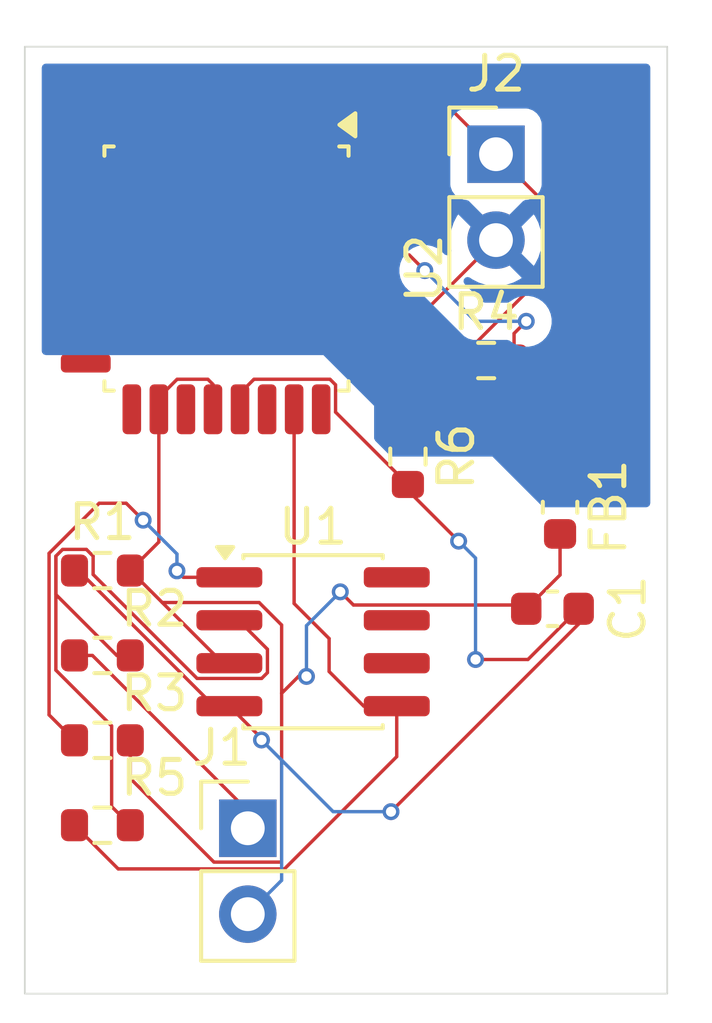
<source format=kicad_pcb>
(kicad_pcb (version 20241229) (generator "pcbnew") (generator_version "9.0")
  (layers (0 "F.Cu" signal) (2 "B.Cu" signal) (13 "F.Paste" user) (15 "B.Paste" user) (5 "F.SilkS" user "F.Silkscreen") (7 "B.SilkS" user "B.Silkscreen") (1 "F.Mask" user) (3 "B.Mask" user) (25 "Edge.Cuts" user))
  (net 0 "")
  (net 1 "5VA")
  (net 2 "AGND")
  (net 3 "Net-(U1--)")
  (net 4 "Net-(J1-Pin_1)")
  (net 5 "Net-(U1-+)")
  (net 6 "pc0")
  (net 7 "5VD")
  (net 8 "Net-(U2-PC6{slash}~{RESET})")
  (net 14 "GNDD")
  (net 17 "unconnected-(U2-PB2-Pad14)")
  (net 25 "unconnected-(U2-PD1-Pad31)")
  (net 26 "unconnected-(U2-PC5-Pad28)")
  (footprint "Resistor_SMD:R_0603_1608Metric" (layer "F.Cu") (at 135.965 83.89)
    (property "Reference" "R3" (at 1.535 -1.39 0) (layer "F.SilkS"))
    (property "Value" "R")
    (fp_line (start -0.237258 -0.5225) (end 0.237258 -0.5225) (stroke (width 0.12)) (layer "F.SilkS"))
    (fp_line (start -0.237258 0.5225) (end 0.237258 0.5225) (stroke (width 0.12)) (layer "F.SilkS"))
    (pad "1" smd roundrect (at -0.825 0) (size 0.8 0.95) (layers "F.Cu" "F.Mask" "F.Paste") (net 5 "Net-(U1-+)"))
    (pad "2" smd roundrect (at 0.825 0) (size 0.8 0.95) (layers "F.Cu" "F.Mask" "F.Paste") (net 1 "5VA"))
  )
  (footprint "Connector_PinHeader_2.54mm:PinHeader_1x02_P2.54mm_Vertical" (layer "F.Cu") (at 140.265 86.49)
    (property "Reference" "J1" (at -0.765 -2.38 0) (layer "F.SilkS"))
    (property "Value" "audio connector")
    (fp_line (start -1.38 -1.38) (end 0 -1.38) (stroke (width 0.12)) (layer "F.SilkS"))
    (fp_line (start -1.38 0) (end -1.38 -1.38) (stroke (width 0.12)) (layer "F.SilkS"))
    (fp_line (start -1.38 1.27) (end -1.38 3.92) (stroke (width 0.12)) (layer "F.SilkS"))
    (fp_line (start -1.38 1.27) (end 1.38 1.27) (stroke (width 0.12)) (layer "F.SilkS"))
    (fp_line (start -1.38 3.92) (end 1.38 3.92) (stroke (width 0.12)) (layer "F.SilkS"))
    (fp_line (start 1.38 1.27) (end 1.38 3.92) (stroke (width 0.12)) (layer "F.SilkS"))
    (pad "1" thru_hole rect (at 0 0) (size 1.7 1.7) (drill 1) (layers "*.Cu" "*.Mask") (net 4 "Net-(J1-Pin_1)"))
    (pad "2" thru_hole circle (at 0 2.54) (size 1.7 1.7) (drill 1) (layers "*.Cu" "*.Mask") (net 2 "AGND"))
  )
  (footprint "Resistor_SMD:R_0603_1608Metric" (layer "F.Cu") (at 135.965 86.4)
    (property "Reference" "R5" (at 1.535 -1.4 0) (layer "F.SilkS"))
    (property "Value" "100K")
    (fp_line (start -0.237258 -0.5225) (end 0.237258 -0.5225) (stroke (width 0.12)) (layer "F.SilkS"))
    (fp_line (start -0.237258 0.5225) (end 0.237258 0.5225) (stroke (width 0.12)) (layer "F.SilkS"))
    (pad "1" smd roundrect (at -0.825 0) (size 0.8 0.95) (layers "F.Cu" "F.Mask" "F.Paste") (net 6 "pc0"))
    (pad "2" smd roundrect (at 0.825 0) (size 0.8 0.95) (layers "F.Cu" "F.Mask" "F.Paste") (net 3 "Net-(U1--)"))
  )
  (footprint "Resistor_SMD:R_0603_1608Metric" (layer "F.Cu") (at 135.965 81.38)
    (property "Reference" "R2" (at 1.535 -1.38 0) (layer "F.SilkS"))
    (property "Value" "10K")
    (fp_line (start -0.237258 -0.5225) (end 0.237258 -0.5225) (stroke (width 0.12)) (layer "F.SilkS"))
    (fp_line (start -0.237258 0.5225) (end 0.237258 0.5225) (stroke (width 0.12)) (layer "F.SilkS"))
    (pad "1" smd roundrect (at -0.825 0) (size 0.8 0.95) (layers "F.Cu" "F.Mask" "F.Paste") (net 4 "Net-(J1-Pin_1)"))
    (pad "2" smd roundrect (at 0.825 0) (size 0.8 0.95) (layers "F.Cu" "F.Mask" "F.Paste") (net 3 "Net-(U1--)"))
  )
  (footprint "Resistor_SMD:R_0603_1608Metric" (layer "F.Cu") (at 147.315 72.66)
    (property "Reference" "R4" (at 0 -1.43 0) (layer "F.SilkS"))
    (property "Value" "10K")
    (fp_line (start -0.237258 -0.5225) (end 0.237258 -0.5225) (stroke (width 0.12)) (layer "F.SilkS"))
    (fp_line (start -0.237258 0.5225) (end 0.237258 0.5225) (stroke (width 0.12)) (layer "F.SilkS"))
    (pad "1" smd roundrect (at -0.825 0) (size 0.8 0.95) (layers "F.Cu" "F.Mask" "F.Paste") (net 7 "5VD"))
    (pad "2" smd roundrect (at 0.825 0) (size 0.8 0.95) (layers "F.Cu" "F.Mask" "F.Paste") (net 8 "Net-(U2-PC6{slash}~{RESET})"))
  )
  (footprint "Resistor_SMD:R_0603_1608Metric" (layer "F.Cu") (at 135.965 78.87)
    (property "Reference" "R1" (at 0 -1.43 0) (layer "F.SilkS"))
    (property "Value" "R")
    (fp_line (start -0.237258 -0.5225) (end 0.237258 -0.5225) (stroke (width 0.12)) (layer "F.SilkS"))
    (fp_line (start -0.237258 0.5225) (end 0.237258 0.5225) (stroke (width 0.12)) (layer "F.SilkS"))
    (pad "1" smd roundrect (at -0.825 0) (size 0.8 0.95) (layers "F.Cu" "F.Mask" "F.Paste") (net 2 "AGND"))
    (pad "2" smd roundrect (at 0.825 0) (size 0.8 0.95) (layers "F.Cu" "F.Mask" "F.Paste") (net 1 "5VA"))
  )
  (footprint "Capacitor_SMD:C_0603_1608Metric" (layer "F.Cu") (at 149.275 80)
    (property "Reference" "C1" (at 2.225 0 90) (layer "F.SilkS"))
    (property "Value" "C")
    (fp_line (start -0.14058 -0.51) (end 0.14058 -0.51) (stroke (width 0.12)) (layer "F.SilkS"))
    (fp_line (start -0.14058 0.51) (end 0.14058 0.51) (stroke (width 0.12)) (layer "F.SilkS"))
    (pad "1" smd roundrect (at -0.775 0) (size 0.9 0.95) (layers "F.Cu" "F.Mask" "F.Paste") (net 1 "5VA"))
    (pad "2" smd roundrect (at 0.775 0) (size 0.9 0.95) (layers "F.Cu" "F.Mask" "F.Paste") (net 2 "AGND"))
  )
  (footprint "Package_SO:SOIC-8_3.9x4.9mm_P1.27mm" (layer "F.Cu") (at 142.195 80.975)
    (property "Reference" "U1" (at 0 -3.4 0) (layer "F.SilkS"))
    (property "Value" "~")
    (fp_line (start -2.06 -2.56) (end 2.06 -2.56) (stroke (width 0.12)) (layer "F.SilkS"))
    (fp_line (start -2.06 -2.465) (end -2.06 -2.56) (stroke (width 0.12)) (layer "F.SilkS"))
    (fp_line (start -2.06 2.56) (end -2.06 2.465) (stroke (width 0.12)) (layer "F.SilkS"))
    (fp_line (start 2.06 -2.56) (end 2.06 -2.465) (stroke (width 0.12)) (layer "F.SilkS"))
    (fp_line (start 2.06 2.465) (end 2.06 2.56) (stroke (width 0.12)) (layer "F.SilkS"))
    (fp_line (start 2.06 2.56) (end -2.06 2.56) (stroke (width 0.12)) (layer "F.SilkS"))
    (fp_poly (pts (xy -2.6 -2.47) (xy -2.84 -2.8) (xy -2.36 -2.8)) (stroke (width 0.12)) (fill yes) (layer "F.SilkS"))
    (pad "1" smd roundrect (at -2.475 -1.905) (size 1.95 0.6) (layers "F.Cu" "F.Mask" "F.Paste") (net 5 "Net-(U1-+)"))
    (pad "2" smd roundrect (at -2.475 -0.635) (size 1.95 0.6) (layers "F.Cu" "F.Mask" "F.Paste") (net 3 "Net-(U1--)"))
    (pad "3" smd roundrect (at -2.475 0.635) (size 1.95 0.6) (layers "F.Cu" "F.Mask" "F.Paste") (net 1 "5VA"))
    (pad "4" smd roundrect (at -2.475 1.905) (size 1.95 0.6) (layers "F.Cu" "F.Mask" "F.Paste") (net 2 "AGND"))
    (pad "5" smd roundrect (at 2.475 1.905) (size 1.95 0.6) (layers "F.Cu" "F.Mask" "F.Paste") (net 6 "pc0"))
    (pad "6" smd roundrect (at 2.475 0.635) (size 1.95 0.6) (layers "F.Cu" "F.Mask" "F.Paste"))
    (pad "7" smd roundrect (at 2.475 -0.635) (size 1.95 0.6) (layers "F.Cu" "F.Mask" "F.Paste"))
    (pad "8" smd roundrect (at 2.475 -1.905) (size 1.95 0.6) (layers "F.Cu" "F.Mask" "F.Paste"))
  )
  (footprint "Package_QFP:TQFP-32_7x7mm_P0.8mm" (layer "F.Cu") (at 139.635 69.94 -90)
    (property "Reference" "U2" (at 0 -5.85 90) (layer "F.SilkS"))
    (property "Value" "ATmega8L-8A")
    (fp_line (start -3.61 3.61) (end -3.61 3.335) (stroke (width 0.12)) (layer "F.SilkS"))
    (fp_line (start -3.335 3.61) (end -3.61 3.61) (stroke (width 0.12)) (layer "F.SilkS"))
    (fp_line (start 3.61 3.61) (end 3.335 3.61) (stroke (width 0.12)) (layer "F.SilkS"))
    (fp_line (start 3.61 3.335) (end 3.61 3.61) (stroke (width 0.12)) (layer "F.SilkS"))
    (fp_line (start -3.61 -3.335) (end -3.61 -3.61) (stroke (width 0.12)) (layer "F.SilkS"))
    (fp_line (start -3.61 -3.61) (end -3.335 -3.61) (stroke (width 0.12)) (layer "F.SilkS"))
    (fp_line (start 3.335 -3.61) (end 3.61 -3.61) (stroke (width 0.12)) (layer "F.SilkS"))
    (fp_line (start 3.61 -3.61) (end 3.61 -3.335) (stroke (width 0.12)) (layer "F.SilkS"))
    (fp_poly (pts (xy -4.25 -3.34) (xy -4.59 -3.81) (xy -3.91 -3.81)) (stroke (width 0.12)) (fill yes) (layer "F.SilkS"))
    (pad "1" smd roundrect (at -4.1625 -2.8 270) (size 1.475 0.55) (layers "F.Cu" "F.Mask" "F.Paste"))
    (pad "2" smd roundrect (at -4.1625 -2 270) (size 1.475 0.55) (layers "F.Cu" "F.Mask" "F.Paste"))
    (pad "3" smd roundrect (at -4.1625 -1.2 270) (size 1.475 0.55) (layers "F.Cu" "F.Mask" "F.Paste") (net 14 "GNDD"))
    (pad "4" smd roundrect (at -4.1625 -0.4 270) (size 1.475 0.55) (layers "F.Cu" "F.Mask" "F.Paste") (net 7 "5VD"))
    (pad "5" smd roundrect (at -4.1625 0.4 270) (size 1.475 0.55) (layers "F.Cu" "F.Mask" "F.Paste") (net 14 "GNDD"))
    (pad "6" smd roundrect (at -4.1625 1.2 270) (size 1.475 0.55) (layers "F.Cu" "F.Mask" "F.Paste") (net 7 "5VD"))
    (pad "7" smd roundrect (at -4.1625 2 270) (size 1.475 0.55) (layers "F.Cu" "F.Mask" "F.Paste"))
    (pad "8" smd roundrect (at -4.1625 2.8 270) (size 1.475 0.55) (layers "F.Cu" "F.Mask" "F.Paste"))
    (pad "9" smd roundrect (at -2.8 4.1625 270) (size 0.55 1.475) (layers "F.Cu" "F.Mask" "F.Paste"))
    (pad "10" smd roundrect (at -2 4.1625 270) (size 0.55 1.475) (layers "F.Cu" "F.Mask" "F.Paste"))
    (pad "11" smd roundrect (at -1.2 4.1625 270) (size 0.55 1.475) (layers "F.Cu" "F.Mask" "F.Paste"))
    (pad "12" smd roundrect (at -0.4 4.1625 270) (size 0.55 1.475) (layers "F.Cu" "F.Mask" "F.Paste"))
    (pad "13" smd roundrect (at 0.4 4.1625 270) (size 0.55 1.475) (layers "F.Cu" "F.Mask" "F.Paste"))
    (pad "14" smd roundrect (at 1.2 4.1625 270) (size 0.55 1.475) (layers "F.Cu" "F.Mask" "F.Paste") (net 17 "unconnected-(U2-PB2-Pad14)"))
    (pad "15" smd roundrect (at 2 4.1625 270) (size 0.55 1.475) (layers "F.Cu" "F.Mask" "F.Paste"))
    (pad "16" smd roundrect (at 2.8 4.1625 270) (size 0.55 1.475) (layers "F.Cu" "F.Mask" "F.Paste"))
    (pad "17" smd roundrect (at 4.1625 2.8 270) (size 1.475 0.55) (layers "F.Cu" "F.Mask" "F.Paste"))
    (pad "18" smd roundrect (at 4.1625 2 270) (size 1.475 0.55) (layers "F.Cu" "F.Mask" "F.Paste") (net 1 "5VA"))
    (pad "19" smd roundrect (at 4.1625 1.2 270) (size 1.475 0.55) (layers "F.Cu" "F.Mask" "F.Paste"))
    (pad "20" smd roundrect (at 4.1625 0.4 270) (size 1.475 0.55) (layers "F.Cu" "F.Mask" "F.Paste") (net 1 "5VA"))
    (pad "21" smd roundrect (at 4.1625 -0.4 270) (size 1.475 0.55) (layers "F.Cu" "F.Mask" "F.Paste") (net 2 "AGND"))
    (pad "22" smd roundrect (at 4.1625 -1.2 270) (size 1.475 0.55) (layers "F.Cu" "F.Mask" "F.Paste"))
    (pad "23" smd roundrect (at 4.1625 -2 270) (size 1.475 0.55) (layers "F.Cu" "F.Mask" "F.Paste") (net 6 "pc0"))
    (pad "24" smd roundrect (at 4.1625 -2.8 270) (size 1.475 0.55) (layers "F.Cu" "F.Mask" "F.Paste"))
    (pad "25" smd roundrect (at 2.8 -4.1625 270) (size 0.55 1.475) (layers "F.Cu" "F.Mask" "F.Paste"))
    (pad "26" smd roundrect (at 2 -4.1625 270) (size 0.55 1.475) (layers "F.Cu" "F.Mask" "F.Paste"))
    (pad "27" smd roundrect (at 1.2 -4.1625 270) (size 0.55 1.475) (layers "F.Cu" "F.Mask" "F.Paste"))
    (pad "28" smd roundrect (at 0.4 -4.1625 270) (size 0.55 1.475) (layers "F.Cu" "F.Mask" "F.Paste") (net 26 "unconnected-(U2-PC5-Pad28)"))
    (pad "29" smd roundrect (at -0.4 -4.1625 270) (size 0.55 1.475) (layers "F.Cu" "F.Mask" "F.Paste") (net 8 "Net-(U2-PC6{slash}~{RESET})"))
    (pad "30" smd roundrect (at -1.2 -4.1625 270) (size 0.55 1.475) (layers "F.Cu" "F.Mask" "F.Paste"))
    (pad "31" smd roundrect (at -2 -4.1625 270) (size 0.55 1.475) (layers "F.Cu" "F.Mask" "F.Paste") (net 25 "unconnected-(U2-PD1-Pad31)"))
    (pad "32" smd roundrect (at -2.8 -4.1625 270) (size 0.55 1.475) (layers "F.Cu" "F.Mask" "F.Paste"))
  )
  (footprint "Inductor_SMD:L_0603_1608Metric" (layer "F.Cu") (at 149.5 77 -90)
    (property "Reference" "FB1" (at 0 -1.43 90) (layer "F.SilkS"))
    (property "Value" "FerriteBead")
    (fp_line (start -0.162779 0.51) (end 0.162779 0.51) (stroke (width 0.12)) (layer "F.SilkS"))
    (fp_line (start -0.162779 -0.51) (end 0.162779 -0.51) (stroke (width 0.12)) (layer "F.SilkS"))
    (pad "1" smd roundrect (at -0.7875 0 270) (size 0.875 0.95) (layers "F.Cu" "F.Mask" "F.Paste") (net 7 "5VD"))
    (pad "2" smd roundrect (at 0.7875 0 270) (size 0.875 0.95) (layers "F.Cu" "F.Mask" "F.Paste") (net 1 "5VA"))
  )
  (footprint "Resistor_SMD:R_0603_1608Metric" (layer "F.Cu") (at 145 75.5 -90)
    (property "Reference" "R6" (at 0 -1.43 90) (layer "F.SilkS"))
    (property "Value" "0")
    (fp_line (start -0.237258 0.5225) (end 0.237258 0.5225) (stroke (width 0.12)) (layer "F.SilkS"))
    (fp_line (start -0.237258 -0.5225) (end 0.237258 -0.5225) (stroke (width 0.12)) (layer "F.SilkS"))
    (pad "1" smd roundrect (at -0.825 0 270) (size 0.8 0.95) (layers "F.Cu" "F.Mask" "F.Paste") (net 14 "GNDD"))
    (pad "2" smd roundrect (at 0.825 0 270) (size 0.8 0.95) (layers "F.Cu" "F.Mask" "F.Paste") (net 2 "AGND"))
  )
  (footprint "Connector_PinHeader_2.54mm:PinHeader_1x02_P2.54mm_Vertical" (layer "F.Cu") (at 147.605 66.56)
    (property "Reference" "J2" (at 0 -2.38 0) (layer "F.SilkS"))
    (property "Value" "Conn_01x02_Pin")
    (fp_line (start -1.38 -1.38) (end 0 -1.38) (stroke (width 0.12)) (layer "F.SilkS"))
    (fp_line (start -1.38 0) (end -1.38 -1.38) (stroke (width 0.12)) (layer "F.SilkS"))
    (fp_line (start -1.38 1.27) (end -1.38 3.92) (stroke (width 0.12)) (layer "F.SilkS"))
    (fp_line (start -1.38 1.27) (end 1.38 1.27) (stroke (width 0.12)) (layer "F.SilkS"))
    (fp_line (start -1.38 3.92) (end 1.38 3.92) (stroke (width 0.12)) (layer "F.SilkS"))
    (fp_line (start 1.38 1.27) (end 1.38 3.92) (stroke (width 0.12)) (layer "F.SilkS"))
    (pad "1" thru_hole rect (at 0 0) (size 1.7 1.7) (drill 1) (layers "*.Cu" "*.Mask") (net 7 "5VD"))
    (pad "2" thru_hole circle (at 0 2.54) (size 1.7 1.7) (drill 1) (layers "*.Cu" "*.Mask") (net 14 "GNDD"))
  )
  (gr_rect (start 133.67 63.38) (end 152.67 91.38) (stroke (width 0.05)) (fill no) (layer "Edge.Cuts"))
  (segment (start 148.389 79.889) (end 143.389 79.889) (width 0.1) (layer "F.Cu") (net 1))
  (segment (start 141.266 87.491) (end 141.266 82.5) (width 0.1) (layer "F.Cu") (net 1))
  (segment (start 141.766 82) (end 141.266 82.5) (width 0.1) (layer "F.Cu") (net 1))
  (segment (start 138.174188 73.214) (end 139.083999 73.214) (width 0.1) (layer "F.Cu") (net 1))
  (segment (start 137.735 79.815) (end 139.53 81.61) (width 0.1) (layer "F.Cu") (net 1))
  (segment (start 149.5 79) (end 148.5 80) (width 0.1) (layer "F.Cu") (net 1))
  (segment (start 148.5 80) (end 148.389 79.889) (width 0.1) (layer "F.Cu") (net 1))
  (segment (start 148.2125 79.7125) (end 148.5 80) (width 0.1) (layer "F.Cu") (net 1))
  (segment (start 143.389 79.889) (end 143 79.5) (width 0.1) (layer "F.Cu") (net 1))
  (segment (start 142 82) (end 141.766 82) (width 0.1) (layer "F.Cu") (net 1))
  (segment (start 136.79 83.89) (end 136.79 85.017) (width 0.1) (layer "F.Cu") (net 1))
  (segment (start 139.53 81.61) (end 139.72 81.61) (width 0.1) (layer "F.Cu") (net 1))
  (segment (start 136.79 78.87) (end 137.735 79.815) (width 0.1) (layer "F.Cu") (net 1))
  (segment (start 141.266 80.481164) (end 140.599836 79.815) (width 0.1) (layer "F.Cu") (net 1))
  (segment (start 139.235 73.365001) (end 139.235 74.1025) (width 0.1) (layer "F.Cu") (net 1))
  (segment (start 140.599836 79.815) (end 137.735 79.815) (width 0.1) (layer "F.Cu") (net 1))
  (segment (start 149.5 77.7875) (end 149.5 79) (width 0.1) (layer "F.Cu") (net 1))
  (segment (start 137.635 78.025) (end 136.79 78.87) (width 0.1) (layer "F.Cu") (net 1))
  (segment (start 137.635 74.1025) (end 137.635 73.753188) (width 0.1) (layer "F.Cu") (net 1))
  (segment (start 137.635 74.1025) (end 137.635 78.025) (width 0.1) (layer "F.Cu") (net 1))
  (segment (start 136.79 85.017) (end 139.264 87.491) (width 0.1) (layer "F.Cu") (net 1))
  (segment (start 141.266 82.5) (end 141.266 80.481164) (width 0.1) (layer "F.Cu") (net 1))
  (segment (start 139.083999 73.214) (end 139.235 73.365001) (width 0.1) (layer "F.Cu") (net 1))
  (segment (start 139.264 87.491) (end 141.266 87.491) (width 0.1) (layer "F.Cu") (net 1))
  (segment (start 137.635 73.753188) (end 138.174188 73.214) (width 0.1) (layer "F.Cu") (net 1))
  (via (at 143 79.5) (size 0.5) (drill 0.3) (layers "F.Cu" "B.Cu") (net 1))
  (via (at 142 82) (size 0.5) (drill 0.3) (layers "F.Cu" "B.Cu") (net 1))
  (segment (start 143 79.5) (end 142 80.5) (width 0.1) (layer "B.Cu") (net 1))
  (segment (start 142 80.5) (end 142 82) (width 0.1) (layer "B.Cu") (net 1))
  (segment (start 142.695812 73.214) (end 140.447 73.214) (width 0.1) (layer "F.Cu") (net 2))
  (segment (start 142.861 74.186) (end 142.861 73.379188) (width 0.1) (layer "F.Cu") (net 2))
  (segment (start 140.447 73.214) (end 140.035 73.626) (width 0.1) (layer "F.Cu") (net 2))
  (segment (start 148.55 81.5) (end 147 81.5) (width 0.1) (layer "F.Cu") (net 2))
  (segment (start 145 76.325) (end 142.861 74.186) (width 0.1) (layer "F.Cu") (net 2))
  (segment (start 140.035 73.626) (end 140.035 74.1025) (width 0.1) (layer "F.Cu") (net 2))
  (segment (start 146.5 78) (end 145 76.5) (width 0.1) (layer "F.Cu") (net 2))
  (segment (start 140.67 83.83) (end 140.67 83.88) (width 0.1) (layer "F.Cu") (net 2))
  (segment (start 150.05 80) (end 150.05 80.45) (width 0.1) (layer "F.Cu") (net 2))
  (segment (start 135.256932 78.87) (end 139.266932 82.88) (width 0.1) (layer "F.Cu") (net 2))
  (segment (start 150.05 80) (end 148.55 81.5) (width 0.1) (layer "F.Cu") (net 2))
  (segment (start 135.14 78.87) (end 135.256932 78.87) (width 0.1) (layer "F.Cu") (net 2))
  (segment (start 139.72 82.88) (end 140.67 83.83) (width 0.1) (layer "F.Cu") (net 2))
  (segment (start 150.05 80.45) (end 144.5 86) (width 0.1) (layer "F.Cu") (net 2))
  (segment (start 139.266932 82.88) (end 139.72 82.88) (width 0.1) (layer "F.Cu") (net 2))
  (segment (start 145 76.5) (end 145 76.325) (width 0.1) (layer "F.Cu") (net 2))
  (segment (start 142.861 73.379188) (end 142.695812 73.214) (width 0.1) (layer "F.Cu") (net 2))
  (via (at 146.5 78) (size 0.5) (drill 0.3) (layers "F.Cu" "B.Cu") (net 2))
  (via (at 144.5 86) (size 0.5) (drill 0.3) (layers "F.Cu" "B.Cu") (net 2))
  (via (at 147 81.5) (size 0.5) (drill 0.3) (layers "F.Cu" "B.Cu") (net 2))
  (via (at 140.67 83.88) (size 0.5) (drill 0.3) (layers "F.Cu" "B.Cu") (net 2))
  (segment (start 141.266 84.476) (end 141.266 88.029) (width 0.1) (layer "B.Cu") (net 2))
  (segment (start 141.266 88.029) (end 140.265 89.03) (width 0.1) (layer "B.Cu") (net 2))
  (segment (start 142.79 86) (end 141.266 84.476) (width 0.1) (layer "B.Cu") (net 2))
  (segment (start 147 81.5) (end 147 78.5) (width 0.1) (layer "B.Cu") (net 2))
  (segment (start 147 78.5) (end 146.5 78) (width 0.1) (layer "B.Cu") (net 2))
  (segment (start 140.67 83.88) (end 141.266 84.476) (width 0.1) (layer "B.Cu") (net 2))
  (segment (start 144.5 86) (end 142.79 86) (width 0.1) (layer "B.Cu") (net 2))
  (segment (start 134.589 78.444068) (end 134.789068 78.244) (width 0.1) (layer "F.Cu") (net 3))
  (segment (start 134.589 79.579) (end 134.589 78.444068) (width 0.1) (layer "F.Cu") (net 3))
  (segment (start 135.691 78.444068) (end 135.691 78.985836) (width 0.1) (layer "F.Cu") (net 3))
  (segment (start 136.239 85.849) (end 136.239 83.464068) (width 0.1) (layer "F.Cu") (net 3))
  (segment (start 140.673836 82.061) (end 140.846 81.888836) (width 0.1) (layer "F.Cu") (net 3))
  (segment (start 136.79 81.38) (end 136.39 81.38) (width 0.1) (layer "F.Cu") (net 3))
  (segment (start 136.79 86.4) (end 136.239 85.849) (width 0.1) (layer "F.Cu") (net 3))
  (segment (start 140.846 81.197) (end 139.989 80.34) (width 0.1) (layer "F.Cu") (net 3))
  (segment (start 135.691 78.985836) (end 138.766164 82.061) (width 0.1) (layer "F.Cu") (net 3))
  (segment (start 140.846 81.888836) (end 140.846 81.197) (width 0.1) (layer "F.Cu") (net 3))
  (segment (start 139.989 80.34) (end 139.72 80.34) (width 0.1) (layer "F.Cu") (net 3))
  (segment (start 135.490932 78.244) (end 135.691 78.444068) (width 0.1) (layer "F.Cu") (net 3))
  (segment (start 134.589 81.814068) (end 134.589 78.444068) (width 0.1) (layer "F.Cu") (net 3))
  (segment (start 138.766164 82.061) (end 140.673836 82.061) (width 0.1) (layer "F.Cu") (net 3))
  (segment (start 134.789068 78.244) (end 135.490932 78.244) (width 0.1) (layer "F.Cu") (net 3))
  (segment (start 136.239 83.464068) (end 134.589 81.814068) (width 0.1) (layer "F.Cu") (net 3))
  (segment (start 136.39 81.38) (end 134.589 79.579) (width 0.1) (layer "F.Cu") (net 3))
  (segment (start 140.265 85.975) (end 140.265 86.49) (width 0.1) (layer "F.Cu") (net 4))
  (segment (start 135.67 81.38) (end 140.265 85.975) (width 0.1) (layer "F.Cu") (net 4))
  (segment (start 135.14 81.38) (end 135.67 81.38) (width 0.1) (layer "F.Cu") (net 4))
  (segment (start 134.388 83.138) (end 134.388 78.360812) (width 0.1) (layer "F.Cu") (net 5))
  (segment (start 135.14 83.89) (end 134.388 83.138) (width 0.1) (layer "F.Cu") (net 5))
  (segment (start 136.67 76.88) (end 137.17 77.38) (width 0.1) (layer "F.Cu") (net 5))
  (segment (start 134.388 78.360812) (end 135.868812 76.88) (width 0.1) (layer "F.Cu") (net 5))
  (segment (start 138.17 78.88) (end 138.36 79.07) (width 0.1) (layer "F.Cu") (net 5))
  (segment (start 135.868812 76.88) (end 136.67 76.88) (width 0.1) (layer "F.Cu") (net 5))
  (segment (start 138.36 79.07) (end 139.72 79.07) (width 0.1) (layer "F.Cu") (net 5))
  (via (at 137.17 77.38) (size 0.5) (drill 0.3) (layers "F.Cu" "B.Cu") (net 5))
  (via (at 138.17 78.88) (size 0.5) (drill 0.3) (layers "F.Cu" "B.Cu") (net 5))
  (segment (start 137.17 77.38) (end 138.17 78.38) (width 0.1) (layer "B.Cu") (net 5))
  (segment (start 138.17 78.38) (end 138.17 78.88) (width 0.1) (layer "B.Cu") (net 5))
  (segment (start 141.349257 87.692) (end 144.67 84.371257) (width 0.1) (layer "F.Cu") (net 6))
  (segment (start 142.67 81.854999) (end 143.695001 82.88) (width 0.1) (layer "F.Cu") (net 6))
  (segment (start 143.695001 82.88) (end 144.67 82.88) (width 0.1) (layer "F.Cu") (net 6))
  (segment (start 136.432 87.692) (end 141.349257 87.692) (width 0.1) (layer "F.Cu") (net 6))
  (segment (start 141.635 74.1025) (end 141.635 79.845) (width 0.1) (layer "F.Cu") (net 6))
  (segment (start 144.67 84.371257) (end 144.67 82.88) (width 0.1) (layer "F.Cu") (net 6))
  (segment (start 141.635 79.845) (end 142.67 80.88) (width 0.1) (layer "F.Cu") (net 6))
  (segment (start 142.67 80.88) (end 142.67 81.854999) (width 0.1) (layer "F.Cu") (net 6))
  (segment (start 135.14 86.4) (end 136.432 87.692) (width 0.1) (layer "F.Cu") (net 6))
  (segment (start 140.035 65.428188) (end 139.495812 64.889) (width 0.1) (layer "F.Cu") (net 7))
  (segment (start 140.387001 64.688) (end 140.035 65.040001) (width 0.1) (layer "F.Cu") (net 7))
  (segment (start 138.435 65.040001) (end 138.435 65.7775) (width 0.1) (layer "F.Cu") (net 7))
  (segment (start 149.5 68.455) (end 147.605 66.56) (width 0.1) (layer "F.Cu") (net 7))
  (segment (start 146.49 72.66) (end 149.5 69.65) (width 0.1) (layer "F.Cu") (net 7))
  (segment (start 147.605 66.56) (end 145.733 64.688) (width 0.1) (layer "F.Cu") (net 7))
  (segment (start 139.495812 64.889) (end 138.586001 64.889) (width 0.1) (layer "F.Cu") (net 7))
  (segment (start 140.035 65.7775) (end 140.035 65.428188) (width 0.1) (layer "F.Cu") (net 7))
  (segment (start 147.605 66.56) (end 146.99 66.56) (width 0.1) (layer "F.Cu") (net 7))
  (segment (start 149.5 76.2125) (end 149.5 75.67) (width 0.1) (layer "F.Cu") (net 7))
  (segment (start 149.5 75.67) (end 146.49 72.66) (width 0.1) (layer "F.Cu") (net 7))
  (segment (start 149.5 69.65) (end 149.5 68.455) (width 0.1) (layer "F.Cu") (net 7))
  (segment (start 145.733 64.688) (end 140.387001 64.688) (width 0.1) (layer "F.Cu") (net 7))
  (segment (start 140.035 65.040001) (end 140.035 65.7775) (width 0.1) (layer "F.Cu") (net 7))
  (segment (start 138.586001 64.889) (end 138.435 65.040001) (width 0.1) (layer "F.Cu") (net 7))
  (segment (start 145.04 69.54) (end 143.7975 69.54) (width 0.1) (layer "F.Cu") (net 8))
  (segment (start 148.14 72.66) (end 148.14 71.86) (width 0.1) (layer "F.Cu") (net 8))
  (segment (start 145.5 70) (end 145.04 69.54) (width 0.1) (layer "F.Cu") (net 8))
  (segment (start 148.14 71.86) (end 148.5 71.5) (width 0.1) (layer "F.Cu") (net 8))
  (via (at 148.5 71.5) (size 0.5) (drill 0.3) (layers "F.Cu" "B.Cu") (net 8))
  (via (at 145.5 70) (size 0.5) (drill 0.3) (layers "F.Cu" "B.Cu") (net 8))
  (segment (start 148.5 71.5) (end 147 71.5) (width 0.1) (layer "B.Cu") (net 8))
  (segment (start 147 71.5) (end 145.5 70) (width 0.1) (layer "B.Cu") (net 8))
  (segment (start 143.394 64.889) (end 147.605 69.1) (width 0.1) (layer "F.Cu") (net 14))
  (segment (start 145 71.705) (end 147.605 69.1) (width 0.1) (layer "F.Cu") (net 14))
  (segment (start 140.986001 64.889) (end 143.394 64.889) (width 0.1) (layer "F.Cu") (net 14))
  (segment (start 139.235 66.514999) (end 139.235 65.7775) (width 0.1) (layer "F.Cu") (net 14))
  (segment (start 140.295812 66.666) (end 139.386001 66.666) (width 0.1) (layer "F.Cu") (net 14))
  (segment (start 140.835 65.040001) (end 140.986001 64.889) (width 0.1) (layer "F.Cu") (net 14))
  (segment (start 140.835 66.126812) (end 140.295812 66.666) (width 0.1) (layer "F.Cu") (net 14))
  (segment (start 140.835 65.7775) (end 140.835 65.040001) (width 0.1) (layer "F.Cu") (net 14))
  (segment (start 139.386001 66.666) (end 139.235 66.514999) (width 0.1) (layer "F.Cu") (net 14))
  (segment (start 145 74.675) (end 145 71.705) (width 0.1) (layer "F.Cu") (net 14))
  (segment (start 140.835 65.7775) (end 140.835 66.126812) (width 0.1) (layer "F.Cu") (net 14))
  (segment (start 134.735001 71.14) (end 135.4725 71.14) (width 0.1) (layer "F.Cu") (net 17))
  (segment (start 143.7975 67.94) (end 143.11 67.94) (width 0.1) (layer "F.Cu") (net 25))
  (segment (start 143.7975 70.34) (end 144.146812 70.34) (width 0.1) (layer "F.Cu") (net 26))
  (zone (net 14) (net_name "GNDD") (layer "B.Cu") (connect_pads (clearance 0.5)) (min_thickness 0.25) (fill yes (thermal_gap 0.5) (thermal_bridge_width 0.5))
    (polygon (pts (xy 133 63) (xy 133 72.5) (xy 142.5 72.5) (xy 144 74) (xy 144 75) (xy 144.5 75.5) (xy 147.5 75.5) (xy 149 77) (xy 154 77) (xy 154 63) (xy 153 62) (xy 134 62)))
  )
)
</source>
